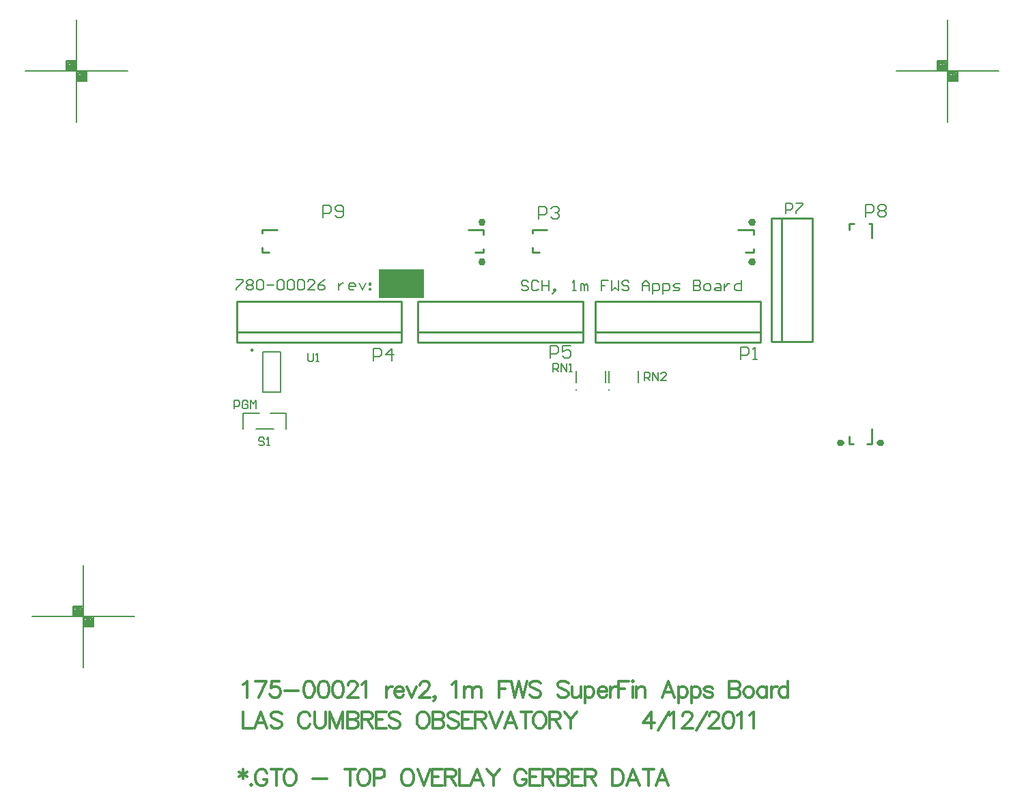
<source format=gto>
%FSLAX23Y23*%
%MOIN*%
G70*
G01*
G75*
G04 Layer_Color=65535*
%ADD10O,0.079X0.024*%
%ADD11R,0.017X0.045*%
%ADD12R,0.014X0.060*%
%ADD13R,0.030X0.100*%
%ADD14R,0.031X0.060*%
%ADD15R,0.022X0.085*%
%ADD16R,0.039X0.059*%
%ADD17R,0.085X0.022*%
%ADD18C,0.006*%
%ADD19C,0.010*%
%ADD20C,0.025*%
%ADD21C,0.020*%
%ADD22C,0.050*%
%ADD23C,0.005*%
%ADD24C,0.012*%
%ADD25C,0.008*%
%ADD26C,0.012*%
%ADD27C,0.012*%
%ADD28C,0.059*%
%ADD29R,0.059X0.059*%
%ADD30R,0.059X0.059*%
%ADD31C,0.047*%
%ADD32C,0.219*%
%ADD33C,0.024*%
%ADD34C,0.050*%
%ADD35C,0.040*%
%ADD36C,0.075*%
%ADD37C,0.087*%
%ADD38C,0.206*%
%ADD39C,0.068*%
G04:AMPARAMS|DCode=40|XSize=88mil|YSize=88mil|CornerRadius=0mil|HoleSize=0mil|Usage=FLASHONLY|Rotation=0.000|XOffset=0mil|YOffset=0mil|HoleType=Round|Shape=Relief|Width=10mil|Gap=10mil|Entries=4|*
%AMTHD40*
7,0,0,0.088,0.068,0.010,45*
%
%ADD40THD40*%
G04:AMPARAMS|DCode=41|XSize=70mil|YSize=70mil|CornerRadius=0mil|HoleSize=0mil|Usage=FLASHONLY|Rotation=0.000|XOffset=0mil|YOffset=0mil|HoleType=Round|Shape=Relief|Width=10mil|Gap=10mil|Entries=4|*
%AMTHD41*
7,0,0,0.070,0.050,0.010,45*
%
%ADD41THD41*%
%ADD42C,0.010*%
%ADD43C,0.015*%
%ADD44C,0.008*%
%ADD45C,0.007*%
%ADD46C,0.007*%
%ADD47R,0.224X0.139*%
D19*
X32877Y18916D02*
X33682D01*
X32877Y19116D02*
X33682D01*
Y18916D02*
Y19116D01*
X32877Y18916D02*
Y19116D01*
Y18966D02*
X33682D01*
X33788Y18919D02*
Y19524D01*
X33738D02*
X33938D01*
X33738Y18919D02*
X33938D01*
Y19524D01*
X33738Y18919D02*
Y19524D01*
X32570Y19449D02*
Y19465D01*
Y19355D02*
Y19378D01*
X33649Y19441D02*
Y19465D01*
Y19355D02*
Y19374D01*
X33610Y19355D02*
X33649D01*
X32570D02*
X32602D01*
X32570Y19465D02*
X32641D01*
X33574D02*
X33649D01*
X32255D02*
X32330D01*
X31251D02*
X31322D01*
X31251Y19355D02*
X31283D01*
X32291D02*
X32330D01*
Y19374D01*
Y19441D02*
Y19465D01*
X31251Y19355D02*
Y19378D01*
Y19449D02*
Y19465D01*
X34228Y18418D02*
Y18492D01*
Y19425D02*
Y19496D01*
X34117Y19465D02*
Y19496D01*
Y18418D02*
Y18457D01*
Y18418D02*
X34137D01*
X34204D02*
X34228D01*
X34117Y19496D02*
X34141D01*
X34212D02*
X34228D01*
X32011Y18916D02*
X32816D01*
X32011Y19116D02*
X32816D01*
Y18916D02*
Y19116D01*
X32011Y18916D02*
Y19116D01*
Y18966D02*
X32816D01*
X31125Y18916D02*
X31930D01*
X31125Y19116D02*
X31930D01*
Y18916D02*
Y19116D01*
X31125Y18916D02*
Y19116D01*
Y18966D02*
X31930D01*
D23*
X31474Y18864D02*
Y18830D01*
X31481Y18824D01*
X31494D01*
X31501Y18830D01*
Y18864D01*
X31514Y18824D02*
X31528D01*
X31521D01*
Y18864D01*
X31514Y18857D01*
X32669Y18773D02*
Y18813D01*
X32689D01*
X32696Y18806D01*
Y18793D01*
X32689Y18786D01*
X32669D01*
X32683D02*
X32696Y18773D01*
X32709D02*
Y18813D01*
X32736Y18773D01*
Y18813D01*
X32749Y18773D02*
X32763D01*
X32756D01*
Y18813D01*
X32749Y18806D01*
X31259Y18444D02*
X31252Y18451D01*
X31239D01*
X31232Y18444D01*
Y18437D01*
X31239Y18431D01*
X31252D01*
X31259Y18424D01*
Y18417D01*
X31252Y18411D01*
X31239D01*
X31232Y18417D01*
X31272Y18411D02*
X31286D01*
X31279D01*
Y18451D01*
X31272Y18444D01*
X33115Y18730D02*
Y18770D01*
X33135D01*
X33142Y18763D01*
Y18750D01*
X33135Y18743D01*
X33115D01*
X33129D02*
X33142Y18730D01*
X33155D02*
Y18770D01*
X33182Y18730D01*
Y18770D01*
X33222Y18730D02*
X33195D01*
X33222Y18756D01*
Y18763D01*
X33215Y18770D01*
X33202D01*
X33195Y18763D01*
X31112Y18591D02*
Y18631D01*
X31132D01*
X31139Y18624D01*
Y18611D01*
X31132Y18604D01*
X31112D01*
X31179Y18624D02*
X31172Y18631D01*
X31159D01*
X31152Y18624D01*
Y18597D01*
X31159Y18591D01*
X31172D01*
X31179Y18597D01*
Y18611D01*
X31166D01*
X31192Y18591D02*
Y18631D01*
X31206Y18617D01*
X31219Y18631D01*
Y18591D01*
D24*
X31156Y16829D02*
Y16783D01*
X31137Y16817D02*
X31175Y16794D01*
Y16817D02*
X31137Y16794D01*
X31196Y16756D02*
X31192Y16753D01*
X31196Y16749D01*
X31199Y16753D01*
X31196Y16756D01*
X31274Y16810D02*
X31270Y16817D01*
X31263Y16825D01*
X31255Y16829D01*
X31240D01*
X31232Y16825D01*
X31224Y16817D01*
X31221Y16810D01*
X31217Y16798D01*
Y16779D01*
X31221Y16768D01*
X31224Y16760D01*
X31232Y16753D01*
X31240Y16749D01*
X31255D01*
X31263Y16753D01*
X31270Y16760D01*
X31274Y16768D01*
Y16779D01*
X31255D02*
X31274D01*
X31319Y16829D02*
Y16749D01*
X31292Y16829D02*
X31346D01*
X31378D02*
X31370Y16825D01*
X31363Y16817D01*
X31359Y16810D01*
X31355Y16798D01*
Y16779D01*
X31359Y16768D01*
X31363Y16760D01*
X31370Y16753D01*
X31378Y16749D01*
X31393D01*
X31401Y16753D01*
X31408Y16760D01*
X31412Y16768D01*
X31416Y16779D01*
Y16798D01*
X31412Y16810D01*
X31408Y16817D01*
X31401Y16825D01*
X31393Y16829D01*
X31378D01*
X31498Y16783D02*
X31566D01*
X31679Y16829D02*
Y16749D01*
X31653Y16829D02*
X31706D01*
X31738D02*
X31731Y16825D01*
X31723Y16817D01*
X31719Y16810D01*
X31715Y16798D01*
Y16779D01*
X31719Y16768D01*
X31723Y16760D01*
X31731Y16753D01*
X31738Y16749D01*
X31754D01*
X31761Y16753D01*
X31769Y16760D01*
X31773Y16768D01*
X31776Y16779D01*
Y16798D01*
X31773Y16810D01*
X31769Y16817D01*
X31761Y16825D01*
X31754Y16829D01*
X31738D01*
X31795Y16787D02*
X31829D01*
X31841Y16791D01*
X31845Y16794D01*
X31848Y16802D01*
Y16814D01*
X31845Y16821D01*
X31841Y16825D01*
X31829Y16829D01*
X31795D01*
Y16749D01*
X31952Y16829D02*
X31944Y16825D01*
X31937Y16817D01*
X31933Y16810D01*
X31929Y16798D01*
Y16779D01*
X31933Y16768D01*
X31937Y16760D01*
X31944Y16753D01*
X31952Y16749D01*
X31967D01*
X31975Y16753D01*
X31982Y16760D01*
X31986Y16768D01*
X31990Y16779D01*
Y16798D01*
X31986Y16810D01*
X31982Y16817D01*
X31975Y16825D01*
X31967Y16829D01*
X31952D01*
X32009D02*
X32039Y16749D01*
X32070Y16829D02*
X32039Y16749D01*
X32129Y16829D02*
X32080D01*
Y16749D01*
X32129D01*
X32080Y16791D02*
X32110D01*
X32143Y16829D02*
Y16749D01*
Y16829D02*
X32177D01*
X32188Y16825D01*
X32192Y16821D01*
X32196Y16814D01*
Y16806D01*
X32192Y16798D01*
X32188Y16794D01*
X32177Y16791D01*
X32143D01*
X32169D02*
X32196Y16749D01*
X32214Y16829D02*
Y16749D01*
X32260D01*
X32329D02*
X32299Y16829D01*
X32268Y16749D01*
X32280Y16775D02*
X32318D01*
X32348Y16829D02*
X32379Y16791D01*
Y16749D01*
X32409Y16829D02*
X32379Y16791D01*
X32539Y16810D02*
X32535Y16817D01*
X32528Y16825D01*
X32520Y16829D01*
X32505D01*
X32497Y16825D01*
X32490Y16817D01*
X32486Y16810D01*
X32482Y16798D01*
Y16779D01*
X32486Y16768D01*
X32490Y16760D01*
X32497Y16753D01*
X32505Y16749D01*
X32520D01*
X32528Y16753D01*
X32535Y16760D01*
X32539Y16768D01*
Y16779D01*
X32520D02*
X32539D01*
X32607Y16829D02*
X32558D01*
Y16749D01*
X32607D01*
X32558Y16791D02*
X32588D01*
X32620Y16829D02*
Y16749D01*
Y16829D02*
X32655D01*
X32666Y16825D01*
X32670Y16821D01*
X32674Y16814D01*
Y16806D01*
X32670Y16798D01*
X32666Y16794D01*
X32655Y16791D01*
X32620D01*
X32647D02*
X32674Y16749D01*
X32692Y16829D02*
Y16749D01*
Y16829D02*
X32726D01*
X32737Y16825D01*
X32741Y16821D01*
X32745Y16814D01*
Y16806D01*
X32741Y16798D01*
X32737Y16794D01*
X32726Y16791D01*
X32692D02*
X32726D01*
X32737Y16787D01*
X32741Y16783D01*
X32745Y16775D01*
Y16764D01*
X32741Y16756D01*
X32737Y16753D01*
X32726Y16749D01*
X32692D01*
X32812Y16829D02*
X32763D01*
Y16749D01*
X32812D01*
X32763Y16791D02*
X32793D01*
X32826Y16829D02*
Y16749D01*
Y16829D02*
X32860D01*
X32871Y16825D01*
X32875Y16821D01*
X32879Y16814D01*
Y16806D01*
X32875Y16798D01*
X32871Y16794D01*
X32860Y16791D01*
X32826D01*
X32852D02*
X32879Y16749D01*
X32960Y16829D02*
Y16749D01*
Y16829D02*
X32986D01*
X32998Y16825D01*
X33005Y16817D01*
X33009Y16810D01*
X33013Y16798D01*
Y16779D01*
X33009Y16768D01*
X33005Y16760D01*
X32998Y16753D01*
X32986Y16749D01*
X32960D01*
X33092D02*
X33061Y16829D01*
X33031Y16749D01*
X33042Y16775D02*
X33080D01*
X33137Y16829D02*
Y16749D01*
X33111Y16829D02*
X33164D01*
X33234Y16749D02*
X33204Y16829D01*
X33173Y16749D01*
X33185Y16775D02*
X33223D01*
D25*
X33586Y18831D02*
Y18891D01*
X33616D01*
X33626Y18881D01*
Y18861D01*
X33616Y18851D01*
X33586D01*
X33646Y18831D02*
X33666D01*
X33656D01*
Y18891D01*
X33646Y18881D01*
X32600Y19519D02*
Y19579D01*
X32630D01*
X32640Y19569D01*
Y19549D01*
X32630Y19539D01*
X32600D01*
X32660Y19569D02*
X32670Y19579D01*
X32690D01*
X32700Y19569D01*
Y19559D01*
X32690Y19549D01*
X32680D01*
X32690D01*
X32700Y19539D01*
Y19529D01*
X32690Y19519D01*
X32670D01*
X32660Y19529D01*
X31547Y19526D02*
Y19586D01*
X31577D01*
X31587Y19576D01*
Y19556D01*
X31577Y19546D01*
X31547D01*
X31607Y19536D02*
X31617Y19526D01*
X31637D01*
X31647Y19536D01*
Y19576D01*
X31637Y19586D01*
X31617D01*
X31607Y19576D01*
Y19566D01*
X31617Y19556D01*
X31647D01*
X34197Y19528D02*
Y19588D01*
X34227D01*
X34237Y19578D01*
Y19558D01*
X34227Y19548D01*
X34197D01*
X34257Y19578D02*
X34267Y19588D01*
X34287D01*
X34297Y19578D01*
Y19568D01*
X34287Y19558D01*
X34297Y19548D01*
Y19538D01*
X34287Y19528D01*
X34267D01*
X34257Y19538D01*
Y19548D01*
X34267Y19558D01*
X34257Y19568D01*
Y19578D01*
X34267Y19558D02*
X34287D01*
X32656Y18838D02*
Y18898D01*
X32686D01*
X32696Y18888D01*
Y18868D01*
X32686Y18858D01*
X32656D01*
X32756Y18898D02*
X32716D01*
Y18868D01*
X32736Y18878D01*
X32746D01*
X32756Y18868D01*
Y18848D01*
X32746Y18838D01*
X32726D01*
X32716Y18848D01*
X31792Y18825D02*
Y18885D01*
X31822D01*
X31832Y18875D01*
Y18855D01*
X31822Y18845D01*
X31792D01*
X31882Y18825D02*
Y18885D01*
X31852Y18855D01*
X31892D01*
X32549Y19209D02*
X32540Y19218D01*
X32524D01*
X32515Y19209D01*
Y19201D01*
X32524Y19193D01*
X32540D01*
X32549Y19184D01*
Y19176D01*
X32540Y19168D01*
X32524D01*
X32515Y19176D01*
X32599Y19209D02*
X32590Y19218D01*
X32574D01*
X32565Y19209D01*
Y19176D01*
X32574Y19168D01*
X32590D01*
X32599Y19176D01*
X32615Y19218D02*
Y19168D01*
Y19193D01*
X32649D01*
Y19218D01*
Y19168D01*
X32674Y19159D02*
X32682Y19168D01*
Y19176D01*
X32674D01*
Y19168D01*
X32682D01*
X32674Y19159D01*
X32665Y19151D01*
X32765Y19168D02*
X32782D01*
X32774D01*
Y19218D01*
X32765Y19209D01*
X32807Y19168D02*
Y19201D01*
X32815D01*
X32823Y19193D01*
Y19168D01*
Y19193D01*
X32832Y19201D01*
X32840Y19193D01*
Y19168D01*
X32940Y19218D02*
X32907D01*
Y19193D01*
X32923D01*
X32907D01*
Y19168D01*
X32957Y19218D02*
Y19168D01*
X32973Y19184D01*
X32990Y19168D01*
Y19218D01*
X33040Y19209D02*
X33032Y19218D01*
X33015D01*
X33007Y19209D01*
Y19201D01*
X33015Y19193D01*
X33032D01*
X33040Y19184D01*
Y19176D01*
X33032Y19168D01*
X33015D01*
X33007Y19176D01*
X33107Y19168D02*
Y19201D01*
X33123Y19218D01*
X33140Y19201D01*
Y19168D01*
Y19193D01*
X33107D01*
X33157Y19151D02*
Y19201D01*
X33182D01*
X33190Y19193D01*
Y19176D01*
X33182Y19168D01*
X33157D01*
X33207Y19151D02*
Y19201D01*
X33232D01*
X33240Y19193D01*
Y19176D01*
X33232Y19168D01*
X33207D01*
X33257D02*
X33282D01*
X33290Y19176D01*
X33282Y19184D01*
X33265D01*
X33257Y19193D01*
X33265Y19201D01*
X33290D01*
X33357Y19218D02*
Y19168D01*
X33382D01*
X33390Y19176D01*
Y19184D01*
X33382Y19193D01*
X33357D01*
X33382D01*
X33390Y19201D01*
Y19209D01*
X33382Y19218D01*
X33357D01*
X33415Y19168D02*
X33432D01*
X33440Y19176D01*
Y19193D01*
X33432Y19201D01*
X33415D01*
X33407Y19193D01*
Y19176D01*
X33415Y19168D01*
X33465Y19201D02*
X33482D01*
X33490Y19193D01*
Y19168D01*
X33465D01*
X33457Y19176D01*
X33465Y19184D01*
X33490D01*
X33507Y19201D02*
Y19168D01*
Y19184D01*
X33515Y19193D01*
X33523Y19201D01*
X33532D01*
X33590Y19218D02*
Y19168D01*
X33565D01*
X33557Y19176D01*
Y19193D01*
X33565Y19201D01*
X33590D01*
X31123Y19222D02*
X31157D01*
Y19213D01*
X31123Y19180D01*
Y19172D01*
X31173Y19213D02*
X31182Y19222D01*
X31198D01*
X31207Y19213D01*
Y19205D01*
X31198Y19197D01*
X31207Y19188D01*
Y19180D01*
X31198Y19172D01*
X31182D01*
X31173Y19180D01*
Y19188D01*
X31182Y19197D01*
X31173Y19205D01*
Y19213D01*
X31182Y19197D02*
X31198D01*
X31223Y19213D02*
X31232Y19222D01*
X31248D01*
X31257Y19213D01*
Y19180D01*
X31248Y19172D01*
X31232D01*
X31223Y19180D01*
Y19213D01*
X31273Y19197D02*
X31307D01*
X31323Y19213D02*
X31332Y19222D01*
X31348D01*
X31357Y19213D01*
Y19180D01*
X31348Y19172D01*
X31332D01*
X31323Y19180D01*
Y19213D01*
X31373D02*
X31382Y19222D01*
X31398D01*
X31407Y19213D01*
Y19180D01*
X31398Y19172D01*
X31382D01*
X31373Y19180D01*
Y19213D01*
X31423D02*
X31431Y19222D01*
X31448D01*
X31456Y19213D01*
Y19180D01*
X31448Y19172D01*
X31431D01*
X31423Y19180D01*
Y19213D01*
X31506Y19172D02*
X31473D01*
X31506Y19205D01*
Y19213D01*
X31498Y19222D01*
X31481D01*
X31473Y19213D01*
X31556Y19222D02*
X31540Y19213D01*
X31523Y19197D01*
Y19180D01*
X31531Y19172D01*
X31548D01*
X31556Y19180D01*
Y19188D01*
X31548Y19197D01*
X31523D01*
X31623Y19205D02*
Y19172D01*
Y19188D01*
X31631Y19197D01*
X31640Y19205D01*
X31648D01*
X31698Y19172D02*
X31681D01*
X31673Y19180D01*
Y19197D01*
X31681Y19205D01*
X31698D01*
X31706Y19197D01*
Y19188D01*
X31673D01*
X31723Y19205D02*
X31740Y19172D01*
X31756Y19205D01*
X31773D02*
X31781D01*
Y19197D01*
X31773D01*
Y19205D01*
Y19180D02*
X31781D01*
Y19172D01*
X31773D01*
Y19180D01*
X30093Y20243D02*
X30593D01*
X30343Y19993D02*
Y20493D01*
X30293Y20243D02*
Y20293D01*
X30343D01*
X30393Y20193D02*
Y20243D01*
X30343Y20193D02*
X30393D01*
X30348Y20238D02*
X30388D01*
Y20198D02*
Y20238D01*
X30348Y20198D02*
X30388D01*
X30348D02*
Y20238D01*
X30353Y20233D02*
X30383D01*
Y20203D02*
Y20233D01*
X30353Y20203D02*
X30383D01*
X30353D02*
Y20228D01*
X30358D02*
X30378D01*
Y20208D02*
Y20228D01*
X30358Y20208D02*
X30378D01*
X30358D02*
Y20223D01*
X30363D02*
X30373D01*
Y20213D02*
Y20223D01*
X30363Y20213D02*
X30373D01*
X30363D02*
Y20223D01*
Y20218D02*
X30373D01*
X30298Y20288D02*
X30338D01*
Y20248D02*
Y20288D01*
X30298Y20248D02*
X30338D01*
X30298D02*
Y20288D01*
X30303Y20283D02*
X30333D01*
Y20253D02*
Y20283D01*
X30303Y20253D02*
X30333D01*
X30303D02*
Y20278D01*
X30308D02*
X30328D01*
Y20258D02*
Y20278D01*
X30308Y20258D02*
X30328D01*
X30308D02*
Y20273D01*
X30313D02*
X30323D01*
Y20263D02*
Y20273D01*
X30313Y20263D02*
X30323D01*
X30313D02*
Y20273D01*
Y20268D02*
X30323D01*
X30126Y17575D02*
X30626D01*
X30376Y17325D02*
Y17825D01*
X30326Y17575D02*
Y17625D01*
X30376D01*
X30426Y17525D02*
Y17575D01*
X30376Y17525D02*
X30426D01*
X30381Y17570D02*
X30421D01*
Y17530D02*
Y17570D01*
X30381Y17530D02*
X30421D01*
X30381D02*
Y17570D01*
X30386Y17565D02*
X30416D01*
Y17535D02*
Y17565D01*
X30386Y17535D02*
X30416D01*
X30386D02*
Y17560D01*
X30391D02*
X30411D01*
Y17540D02*
Y17560D01*
X30391Y17540D02*
X30411D01*
X30391D02*
Y17555D01*
X30396D02*
X30406D01*
Y17545D02*
Y17555D01*
X30396Y17545D02*
X30406D01*
X30396D02*
Y17555D01*
Y17550D02*
X30406D01*
X30331Y17620D02*
X30371D01*
Y17580D02*
Y17620D01*
X30331Y17580D02*
X30371D01*
X30331D02*
Y17620D01*
X30336Y17615D02*
X30366D01*
Y17585D02*
Y17615D01*
X30336Y17585D02*
X30366D01*
X30336D02*
Y17610D01*
X30341D02*
X30361D01*
Y17590D02*
Y17610D01*
X30341Y17590D02*
X30361D01*
X30341D02*
Y17605D01*
X30346D02*
X30356D01*
Y17595D02*
Y17605D01*
X30346Y17595D02*
X30356D01*
X30346D02*
Y17605D01*
Y17600D02*
X30356D01*
X34347Y20243D02*
X34847D01*
X34597Y19993D02*
Y20493D01*
X34547Y20243D02*
Y20293D01*
X34597D01*
X34647Y20193D02*
Y20243D01*
X34597Y20193D02*
X34647D01*
X34602Y20238D02*
X34642D01*
Y20198D02*
Y20238D01*
X34602Y20198D02*
X34642D01*
X34602D02*
Y20238D01*
X34607Y20233D02*
X34637D01*
Y20203D02*
Y20233D01*
X34607Y20203D02*
X34637D01*
X34607D02*
Y20228D01*
X34612D02*
X34632D01*
Y20208D02*
Y20228D01*
X34612Y20208D02*
X34632D01*
X34612D02*
Y20223D01*
X34617D02*
X34627D01*
Y20213D02*
Y20223D01*
X34617Y20213D02*
X34627D01*
X34617D02*
Y20223D01*
Y20218D02*
X34627D01*
X34552Y20288D02*
X34592D01*
Y20248D02*
Y20288D01*
X34552Y20248D02*
X34592D01*
X34552D02*
Y20288D01*
X34557Y20283D02*
X34587D01*
Y20253D02*
Y20283D01*
X34557Y20253D02*
X34587D01*
X34557D02*
Y20278D01*
X34562D02*
X34582D01*
Y20258D02*
Y20278D01*
X34562Y20258D02*
X34582D01*
X34562D02*
Y20273D01*
X34567D02*
X34577D01*
Y20263D02*
Y20273D01*
X34567Y20263D02*
X34577D01*
X34567D02*
Y20273D01*
Y20268D02*
X34577D01*
D26*
X31158Y17244D02*
X31166Y17248D01*
X31177Y17259D01*
Y17179D01*
X31270Y17259D02*
X31232Y17179D01*
X31217Y17259D02*
X31270D01*
X31334D02*
X31296D01*
X31292Y17225D01*
X31296Y17229D01*
X31307Y17233D01*
X31319D01*
X31330Y17229D01*
X31338Y17221D01*
X31341Y17210D01*
Y17202D01*
X31338Y17191D01*
X31330Y17183D01*
X31319Y17179D01*
X31307D01*
X31296Y17183D01*
X31292Y17187D01*
X31288Y17195D01*
X31359Y17214D02*
X31428D01*
X31474Y17259D02*
X31463Y17256D01*
X31455Y17244D01*
X31452Y17225D01*
Y17214D01*
X31455Y17195D01*
X31463Y17183D01*
X31474Y17179D01*
X31482D01*
X31493Y17183D01*
X31501Y17195D01*
X31505Y17214D01*
Y17225D01*
X31501Y17244D01*
X31493Y17256D01*
X31482Y17259D01*
X31474D01*
X31546D02*
X31534Y17256D01*
X31527Y17244D01*
X31523Y17225D01*
Y17214D01*
X31527Y17195D01*
X31534Y17183D01*
X31546Y17179D01*
X31553D01*
X31565Y17183D01*
X31572Y17195D01*
X31576Y17214D01*
Y17225D01*
X31572Y17244D01*
X31565Y17256D01*
X31553Y17259D01*
X31546D01*
X31617D02*
X31605Y17256D01*
X31598Y17244D01*
X31594Y17225D01*
Y17214D01*
X31598Y17195D01*
X31605Y17183D01*
X31617Y17179D01*
X31624D01*
X31636Y17183D01*
X31644Y17195D01*
X31647Y17214D01*
Y17225D01*
X31644Y17244D01*
X31636Y17256D01*
X31624Y17259D01*
X31617D01*
X31669Y17240D02*
Y17244D01*
X31673Y17252D01*
X31677Y17256D01*
X31684Y17259D01*
X31700D01*
X31707Y17256D01*
X31711Y17252D01*
X31715Y17244D01*
Y17237D01*
X31711Y17229D01*
X31703Y17217D01*
X31665Y17179D01*
X31719D01*
X31736Y17244D02*
X31744Y17248D01*
X31755Y17259D01*
Y17179D01*
X31858Y17233D02*
Y17179D01*
Y17210D02*
X31862Y17221D01*
X31869Y17229D01*
X31877Y17233D01*
X31888D01*
X31896Y17210D02*
X31941D01*
Y17217D01*
X31938Y17225D01*
X31934Y17229D01*
X31926Y17233D01*
X31915D01*
X31907Y17229D01*
X31899Y17221D01*
X31896Y17210D01*
Y17202D01*
X31899Y17191D01*
X31907Y17183D01*
X31915Y17179D01*
X31926D01*
X31934Y17183D01*
X31941Y17191D01*
X31958Y17233D02*
X31981Y17179D01*
X32004Y17233D02*
X31981Y17179D01*
X32021Y17240D02*
Y17244D01*
X32025Y17252D01*
X32029Y17256D01*
X32036Y17259D01*
X32051D01*
X32059Y17256D01*
X32063Y17252D01*
X32067Y17244D01*
Y17237D01*
X32063Y17229D01*
X32055Y17217D01*
X32017Y17179D01*
X32070D01*
X32096Y17183D02*
X32092Y17179D01*
X32088Y17183D01*
X32092Y17187D01*
X32096Y17183D01*
Y17176D01*
X32092Y17168D01*
X32088Y17164D01*
X32176Y17244D02*
X32184Y17248D01*
X32195Y17259D01*
Y17179D01*
X32235Y17233D02*
Y17179D01*
Y17217D02*
X32246Y17229D01*
X32254Y17233D01*
X32265D01*
X32273Y17229D01*
X32277Y17217D01*
Y17179D01*
Y17217D02*
X32288Y17229D01*
X32296Y17233D01*
X32307D01*
X32315Y17229D01*
X32319Y17217D01*
Y17179D01*
X32407Y17259D02*
Y17179D01*
Y17259D02*
X32456D01*
X32407Y17221D02*
X32437D01*
X32465Y17259D02*
X32484Y17179D01*
X32504Y17259D02*
X32484Y17179D01*
X32504Y17259D02*
X32523Y17179D01*
X32542Y17259D02*
X32523Y17179D01*
X32611Y17248D02*
X32603Y17256D01*
X32592Y17259D01*
X32577D01*
X32565Y17256D01*
X32558Y17248D01*
Y17240D01*
X32561Y17233D01*
X32565Y17229D01*
X32573Y17225D01*
X32596Y17217D01*
X32603Y17214D01*
X32607Y17210D01*
X32611Y17202D01*
Y17191D01*
X32603Y17183D01*
X32592Y17179D01*
X32577D01*
X32565Y17183D01*
X32558Y17191D01*
X32745Y17248D02*
X32737Y17256D01*
X32726Y17259D01*
X32711D01*
X32699Y17256D01*
X32692Y17248D01*
Y17240D01*
X32695Y17233D01*
X32699Y17229D01*
X32707Y17225D01*
X32730Y17217D01*
X32737Y17214D01*
X32741Y17210D01*
X32745Y17202D01*
Y17191D01*
X32737Y17183D01*
X32726Y17179D01*
X32711D01*
X32699Y17183D01*
X32692Y17191D01*
X32763Y17233D02*
Y17195D01*
X32767Y17183D01*
X32774Y17179D01*
X32786D01*
X32793Y17183D01*
X32805Y17195D01*
Y17233D02*
Y17179D01*
X32826Y17233D02*
Y17153D01*
Y17221D02*
X32833Y17229D01*
X32841Y17233D01*
X32852D01*
X32860Y17229D01*
X32868Y17221D01*
X32871Y17210D01*
Y17202D01*
X32868Y17191D01*
X32860Y17183D01*
X32852Y17179D01*
X32841D01*
X32833Y17183D01*
X32826Y17191D01*
X32889Y17210D02*
X32934D01*
Y17217D01*
X32930Y17225D01*
X32927Y17229D01*
X32919Y17233D01*
X32908D01*
X32900Y17229D01*
X32892Y17221D01*
X32889Y17210D01*
Y17202D01*
X32892Y17191D01*
X32900Y17183D01*
X32908Y17179D01*
X32919D01*
X32927Y17183D01*
X32934Y17191D01*
X32951Y17233D02*
Y17179D01*
Y17210D02*
X32955Y17221D01*
X32963Y17229D01*
X32970Y17233D01*
X32982D01*
X32989Y17259D02*
Y17179D01*
Y17259D02*
X33039D01*
X32989Y17221D02*
X33020D01*
X33055Y17259D02*
X33059Y17256D01*
X33063Y17259D01*
X33059Y17263D01*
X33055Y17259D01*
X33059Y17233D02*
Y17179D01*
X33077Y17233D02*
Y17179D01*
Y17217D02*
X33089Y17229D01*
X33096Y17233D01*
X33108D01*
X33115Y17229D01*
X33119Y17217D01*
Y17179D01*
X33264D02*
X33233Y17259D01*
X33203Y17179D01*
X33214Y17206D02*
X33252D01*
X33282Y17233D02*
Y17153D01*
Y17221D02*
X33290Y17229D01*
X33298Y17233D01*
X33309D01*
X33317Y17229D01*
X33324Y17221D01*
X33328Y17210D01*
Y17202D01*
X33324Y17191D01*
X33317Y17183D01*
X33309Y17179D01*
X33298D01*
X33290Y17183D01*
X33282Y17191D01*
X33345Y17233D02*
Y17153D01*
Y17221D02*
X33353Y17229D01*
X33360Y17233D01*
X33372D01*
X33380Y17229D01*
X33387Y17221D01*
X33391Y17210D01*
Y17202D01*
X33387Y17191D01*
X33380Y17183D01*
X33372Y17179D01*
X33360D01*
X33353Y17183D01*
X33345Y17191D01*
X33450Y17221D02*
X33446Y17229D01*
X33435Y17233D01*
X33423D01*
X33412Y17229D01*
X33408Y17221D01*
X33412Y17214D01*
X33420Y17210D01*
X33439Y17206D01*
X33446Y17202D01*
X33450Y17195D01*
Y17191D01*
X33446Y17183D01*
X33435Y17179D01*
X33423D01*
X33412Y17183D01*
X33408Y17191D01*
X33530Y17259D02*
Y17179D01*
Y17259D02*
X33564D01*
X33575Y17256D01*
X33579Y17252D01*
X33583Y17244D01*
Y17237D01*
X33579Y17229D01*
X33575Y17225D01*
X33564Y17221D01*
X33530D02*
X33564D01*
X33575Y17217D01*
X33579Y17214D01*
X33583Y17206D01*
Y17195D01*
X33579Y17187D01*
X33575Y17183D01*
X33564Y17179D01*
X33530D01*
X33620Y17233D02*
X33612Y17229D01*
X33605Y17221D01*
X33601Y17210D01*
Y17202D01*
X33605Y17191D01*
X33612Y17183D01*
X33620Y17179D01*
X33631D01*
X33639Y17183D01*
X33647Y17191D01*
X33650Y17202D01*
Y17210D01*
X33647Y17221D01*
X33639Y17229D01*
X33631Y17233D01*
X33620D01*
X33714D02*
Y17179D01*
Y17221D02*
X33706Y17229D01*
X33698Y17233D01*
X33687D01*
X33679Y17229D01*
X33672Y17221D01*
X33668Y17210D01*
Y17202D01*
X33672Y17191D01*
X33679Y17183D01*
X33687Y17179D01*
X33698D01*
X33706Y17183D01*
X33714Y17191D01*
X33735Y17233D02*
Y17179D01*
Y17210D02*
X33739Y17221D01*
X33746Y17229D01*
X33754Y17233D01*
X33765D01*
X33818Y17259D02*
Y17179D01*
Y17221D02*
X33811Y17229D01*
X33803Y17233D01*
X33792D01*
X33784Y17229D01*
X33776Y17221D01*
X33773Y17210D01*
Y17202D01*
X33776Y17191D01*
X33784Y17183D01*
X33792Y17179D01*
X33803D01*
X33811Y17183D01*
X33818Y17191D01*
D27*
X31158Y17109D02*
Y17029D01*
X31204D01*
X31274D02*
X31243Y17109D01*
X31213Y17029D01*
X31224Y17056D02*
X31262D01*
X31346Y17098D02*
X31338Y17106D01*
X31327Y17109D01*
X31311D01*
X31300Y17106D01*
X31292Y17098D01*
Y17090D01*
X31296Y17083D01*
X31300Y17079D01*
X31308Y17075D01*
X31330Y17067D01*
X31338Y17064D01*
X31342Y17060D01*
X31346Y17052D01*
Y17041D01*
X31338Y17033D01*
X31327Y17029D01*
X31311D01*
X31300Y17033D01*
X31292Y17041D01*
X31484Y17090D02*
X31480Y17098D01*
X31472Y17106D01*
X31465Y17109D01*
X31449D01*
X31442Y17106D01*
X31434Y17098D01*
X31430Y17090D01*
X31426Y17079D01*
Y17060D01*
X31430Y17048D01*
X31434Y17041D01*
X31442Y17033D01*
X31449Y17029D01*
X31465D01*
X31472Y17033D01*
X31480Y17041D01*
X31484Y17048D01*
X31506Y17109D02*
Y17052D01*
X31510Y17041D01*
X31517Y17033D01*
X31529Y17029D01*
X31536D01*
X31548Y17033D01*
X31556Y17041D01*
X31559Y17052D01*
Y17109D01*
X31581D02*
Y17029D01*
Y17109D02*
X31612Y17029D01*
X31642Y17109D02*
X31612Y17029D01*
X31642Y17109D02*
Y17029D01*
X31665Y17109D02*
Y17029D01*
Y17109D02*
X31700D01*
X31711Y17106D01*
X31715Y17102D01*
X31719Y17094D01*
Y17086D01*
X31715Y17079D01*
X31711Y17075D01*
X31700Y17071D01*
X31665D02*
X31700D01*
X31711Y17067D01*
X31715Y17064D01*
X31719Y17056D01*
Y17045D01*
X31715Y17037D01*
X31711Y17033D01*
X31700Y17029D01*
X31665D01*
X31736Y17109D02*
Y17029D01*
Y17109D02*
X31771D01*
X31782Y17106D01*
X31786Y17102D01*
X31790Y17094D01*
Y17086D01*
X31786Y17079D01*
X31782Y17075D01*
X31771Y17071D01*
X31736D01*
X31763D02*
X31790Y17029D01*
X31857Y17109D02*
X31808D01*
Y17029D01*
X31857D01*
X31808Y17071D02*
X31838D01*
X31924Y17098D02*
X31916Y17106D01*
X31905Y17109D01*
X31890D01*
X31878Y17106D01*
X31871Y17098D01*
Y17090D01*
X31874Y17083D01*
X31878Y17079D01*
X31886Y17075D01*
X31909Y17067D01*
X31916Y17064D01*
X31920Y17060D01*
X31924Y17052D01*
Y17041D01*
X31916Y17033D01*
X31905Y17029D01*
X31890D01*
X31878Y17033D01*
X31871Y17041D01*
X32027Y17109D02*
X32020Y17106D01*
X32012Y17098D01*
X32008Y17090D01*
X32005Y17079D01*
Y17060D01*
X32008Y17048D01*
X32012Y17041D01*
X32020Y17033D01*
X32027Y17029D01*
X32043D01*
X32050Y17033D01*
X32058Y17041D01*
X32062Y17048D01*
X32066Y17060D01*
Y17079D01*
X32062Y17090D01*
X32058Y17098D01*
X32050Y17106D01*
X32043Y17109D01*
X32027D01*
X32084D02*
Y17029D01*
Y17109D02*
X32118D01*
X32130Y17106D01*
X32134Y17102D01*
X32138Y17094D01*
Y17086D01*
X32134Y17079D01*
X32130Y17075D01*
X32118Y17071D01*
X32084D02*
X32118D01*
X32130Y17067D01*
X32134Y17064D01*
X32138Y17056D01*
Y17045D01*
X32134Y17037D01*
X32130Y17033D01*
X32118Y17029D01*
X32084D01*
X32209Y17098D02*
X32201Y17106D01*
X32190Y17109D01*
X32174D01*
X32163Y17106D01*
X32155Y17098D01*
Y17090D01*
X32159Y17083D01*
X32163Y17079D01*
X32171Y17075D01*
X32193Y17067D01*
X32201Y17064D01*
X32205Y17060D01*
X32209Y17052D01*
Y17041D01*
X32201Y17033D01*
X32190Y17029D01*
X32174D01*
X32163Y17033D01*
X32155Y17041D01*
X32276Y17109D02*
X32227D01*
Y17029D01*
X32276D01*
X32227Y17071D02*
X32257D01*
X32289Y17109D02*
Y17029D01*
Y17109D02*
X32324D01*
X32335Y17106D01*
X32339Y17102D01*
X32343Y17094D01*
Y17086D01*
X32339Y17079D01*
X32335Y17075D01*
X32324Y17071D01*
X32289D01*
X32316D02*
X32343Y17029D01*
X32361Y17109D02*
X32391Y17029D01*
X32422Y17109D02*
X32391Y17029D01*
X32493D02*
X32462Y17109D01*
X32432Y17029D01*
X32443Y17056D02*
X32481D01*
X32538Y17109D02*
Y17029D01*
X32512Y17109D02*
X32565D01*
X32597D02*
X32590Y17106D01*
X32582Y17098D01*
X32578Y17090D01*
X32574Y17079D01*
Y17060D01*
X32578Y17048D01*
X32582Y17041D01*
X32590Y17033D01*
X32597Y17029D01*
X32612D01*
X32620Y17033D01*
X32628Y17041D01*
X32632Y17048D01*
X32635Y17060D01*
Y17079D01*
X32632Y17090D01*
X32628Y17098D01*
X32620Y17106D01*
X32612Y17109D01*
X32597D01*
X32654D02*
Y17029D01*
Y17109D02*
X32688D01*
X32700Y17106D01*
X32703Y17102D01*
X32707Y17094D01*
Y17086D01*
X32703Y17079D01*
X32700Y17075D01*
X32688Y17071D01*
X32654D01*
X32681D02*
X32707Y17029D01*
X32725Y17109D02*
X32756Y17071D01*
Y17029D01*
X32786Y17109D02*
X32756Y17071D01*
X33149Y17109D02*
X33111Y17056D01*
X33168D01*
X33149Y17109D02*
Y17029D01*
X33182Y17018D02*
X33235Y17109D01*
X33241Y17094D02*
X33248Y17098D01*
X33260Y17109D01*
Y17029D01*
X33303Y17090D02*
Y17094D01*
X33307Y17102D01*
X33311Y17106D01*
X33318Y17109D01*
X33333D01*
X33341Y17106D01*
X33345Y17102D01*
X33349Y17094D01*
Y17086D01*
X33345Y17079D01*
X33337Y17067D01*
X33299Y17029D01*
X33352D01*
X33370Y17018D02*
X33424Y17109D01*
X33433Y17090D02*
Y17094D01*
X33437Y17102D01*
X33440Y17106D01*
X33448Y17109D01*
X33463D01*
X33471Y17106D01*
X33475Y17102D01*
X33479Y17094D01*
Y17086D01*
X33475Y17079D01*
X33467Y17067D01*
X33429Y17029D01*
X33482D01*
X33523Y17109D02*
X33512Y17106D01*
X33504Y17094D01*
X33500Y17075D01*
Y17064D01*
X33504Y17045D01*
X33512Y17033D01*
X33523Y17029D01*
X33531D01*
X33542Y17033D01*
X33550Y17045D01*
X33554Y17064D01*
Y17075D01*
X33550Y17094D01*
X33542Y17106D01*
X33531Y17109D01*
X33523D01*
X33571Y17094D02*
X33579Y17098D01*
X33591Y17109D01*
Y17029D01*
X33630Y17094D02*
X33638Y17098D01*
X33649Y17109D01*
Y17029D01*
D42*
X31204Y18879D02*
X31196Y18884D01*
Y18875D01*
X31204Y18879D01*
D43*
X33650Y19505D02*
X33645Y19513D01*
X33636D01*
X33631Y19505D01*
X33636Y19497D01*
X33645D01*
X33650Y19505D01*
Y19310D02*
X33645Y19318D01*
X33636D01*
X33631Y19310D01*
X33636Y19302D01*
X33645D01*
X33650Y19310D01*
X32331D02*
X32326Y19318D01*
X32317D01*
X32312Y19310D01*
X32317Y19302D01*
X32326D01*
X32331Y19310D01*
Y19505D02*
X32326Y19513D01*
X32317D01*
X32312Y19505D01*
X32317Y19497D01*
X32326D01*
X32331Y19505D01*
X34082Y18426D02*
X34077Y18434D01*
X34068D01*
X34063Y18426D01*
X34068Y18418D01*
X34077D01*
X34082Y18426D01*
X34277D02*
X34272Y18434D01*
X34263D01*
X34258Y18426D01*
X34263Y18418D01*
X34272D01*
X34277Y18426D01*
D44*
X31254Y18672D02*
X31341D01*
X31254Y18869D02*
X31341D01*
Y18672D02*
Y18869D01*
X31254Y18672D02*
Y18869D01*
X32784Y18682D02*
Y18686D01*
Y18718D02*
Y18777D01*
X32925Y18718D02*
Y18777D01*
X32944Y18682D02*
Y18686D01*
Y18718D02*
Y18777D01*
X33085Y18718D02*
Y18777D01*
D45*
X31156Y18570D02*
X31235D01*
X31156Y18491D02*
Y18570D01*
X31219Y18491D02*
X31306D01*
X31368D02*
Y18570D01*
X31290D02*
X31368D01*
D46*
X33806Y19547D02*
Y19597D01*
X33831D01*
X33840Y19588D01*
Y19572D01*
X33831Y19563D01*
X33806D01*
X33856Y19597D02*
X33890D01*
Y19588D01*
X33856Y19555D01*
Y19547D01*
D47*
X31930Y19203D02*
D03*
M02*

</source>
